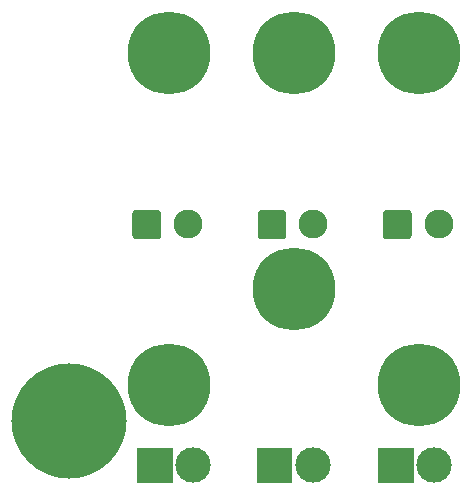
<source format=gbs>
G04 start of page 2 for group 11 layer_idx 11 *
G04 Title: (unknown), bottom_mask *
G04 Creator: pcb-rnd 2.2.1 *
G04 CreationDate: 2020-06-04 21:46:31 UTC *
G04 For:  *
G04 Format: Gerber/RS-274X *
G04 PCB-Dimensions: 500000 500000 *
G04 PCB-Coordinate-Origin: lower left *
%MOIN*%
%FSLAX25Y25*%
%LNBOTTOM_MASK_NONE_11*%
%ADD64C,0.0965*%
%ADD63C,0.1181*%
%ADD62C,0.0001*%
%ADD61C,0.3839*%
%ADD60C,0.2760*%
G54D60*X241929Y229528D03*
X200197D03*
X283661Y229488D03*
G54D61*X166929Y107087D03*
G54D60*X241929Y150787D03*
X200197Y119094D03*
X283661Y119055D03*
G54D62*G36*
X270079Y98031D02*X281890D01*
Y86220D01*
X270079D01*
Y98031D01*
G37*
G54D63*X288780Y92126D03*
G54D62*G36*
X281230Y176077D02*X281142Y176522D01*
X280862Y176940D01*
X280444Y177220D01*
X279999Y177308D01*
X272815D01*
X272371Y177220D01*
X271952Y176940D01*
X271673Y176522D01*
X271584Y176077D01*
Y168894D01*
X271673Y168449D01*
X271952Y168030D01*
X272371Y167751D01*
X272815Y167662D01*
X279999D01*
X280444Y167751D01*
X280862Y168030D01*
X281142Y168449D01*
X281230Y168894D01*
Y176077D01*
G37*
G54D64*X290187Y172485D03*
G54D62*G36*
X189764Y98031D02*X201575D01*
Y86220D01*
X189764D01*
Y98031D01*
G37*
G36*
X197736Y176072D02*X197648Y176517D01*
X197368Y176935D01*
X196950Y177215D01*
X196505Y177303D01*
X189322D01*
X188877Y177215D01*
X188458Y176935D01*
X188179Y176517D01*
X188091Y176072D01*
Y168889D01*
X188179Y168444D01*
X188458Y168025D01*
X188877Y167746D01*
X189322Y167657D01*
X196505D01*
X196950Y167746D01*
X197368Y168025D01*
X197648Y168444D01*
X197736Y168889D01*
Y176072D01*
G37*
G54D64*X206693Y172480D03*
G54D63*X208465Y92126D03*
G54D62*G36*
X229528Y98031D02*X241339D01*
Y86220D01*
X229528D01*
Y98031D01*
G37*
G36*
X239469Y176072D02*X239380Y176517D01*
X239101Y176935D01*
X238682Y177215D01*
X238237Y177303D01*
X231054D01*
X230609Y177215D01*
X230191Y176935D01*
X229911Y176517D01*
X229823Y176072D01*
Y168889D01*
X229911Y168444D01*
X230191Y168025D01*
X230609Y167746D01*
X231054Y167657D01*
X238237D01*
X238682Y167746D01*
X239101Y168025D01*
X239380Y168444D01*
X239469Y168889D01*
Y176072D01*
G37*
G54D64*X248425Y172480D03*
G54D63*X248228Y92126D03*
M02*

</source>
